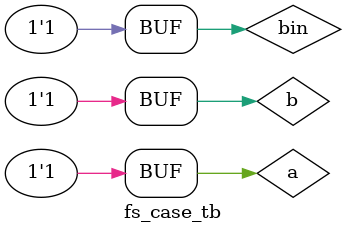
<source format=v>
module fs_case(a,b,bin,d,bout
    );
	 input a,b,bin;
	 output reg d,bout;
	 always @(*)
	  begin
	   case({a,b,bin})
		 3'b000:{d,bout}=2'b00;
		 3'b001:{d,bout}=2'b11;
		 3'b010:{d,bout}=2'b11;
		 3'b011:{d,bout}=2'b01;
		 3'b100:{d,bout}=2'b10;
		 3'b101:{d,bout}=2'b00;
		 3'b110:{d,bout}=2'b00;
		 3'b111:{d,bout}=2'b11;
		 endcase
		 end


endmodule

module fs_case_tb;

	// Inputs
	reg a;
	reg b;
	reg bin;

	// Outputs
	wire d;
	wire bout;

	// Instantiate the Desogn Under Test (DUT)
	fs_case dut (a,b,bin,d,bout
	);

	initial begin
		// Initialize Inputs
		{a,b,bin}=3'b000;#50;
		{a,b,bin}=3'b001;#50;
		{a,b,bin}=3'b010;#50;
		{a,b,bin}=3'b011;#50;
		{a,b,bin}=3'b100;#50;
		{a,b,bin}=3'b101;#50;
		{a,b,bin}=3'b110;#50;
		{a,b,bin}=3'b111;#50;


	end
      
endmodule

</source>
